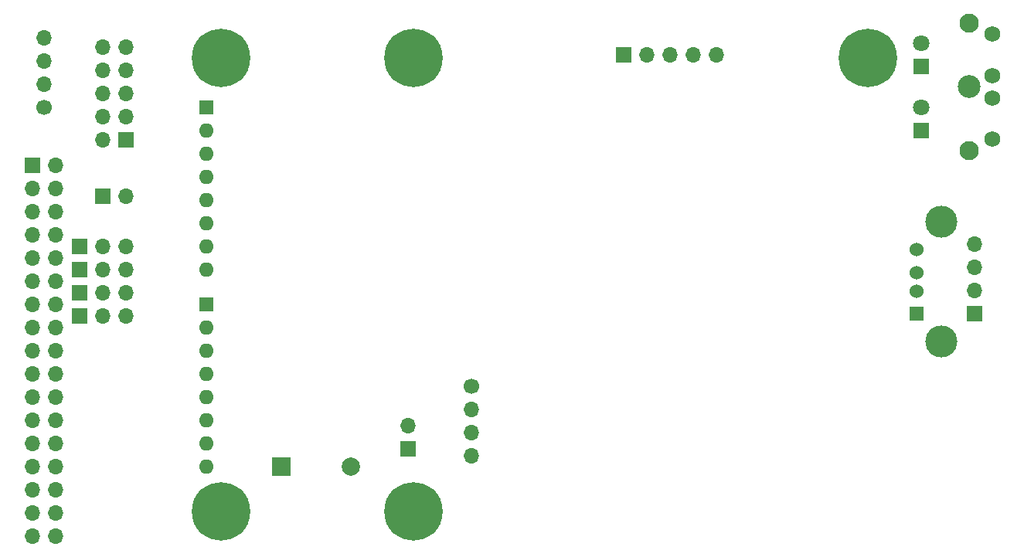
<source format=gbr>
G04 #@! TF.GenerationSoftware,KiCad,Pcbnew,9.0.2*
G04 #@! TF.CreationDate,2025-05-24T11:24:19-04:00*
G04 #@! TF.ProjectId,OpenFlops,4f70656e-466c-46f7-9073-2e6b69636164,1*
G04 #@! TF.SameCoordinates,Original*
G04 #@! TF.FileFunction,Soldermask,Bot*
G04 #@! TF.FilePolarity,Negative*
%FSLAX46Y46*%
G04 Gerber Fmt 4.6, Leading zero omitted, Abs format (unit mm)*
G04 Created by KiCad (PCBNEW 9.0.2) date 2025-05-24 11:24:19*
%MOMM*%
%LPD*%
G01*
G04 APERTURE LIST*
%ADD10C,1.800000*%
%ADD11R,1.800000X1.800000*%
%ADD12R,1.700000X1.700000*%
%ADD13O,1.700000X1.700000*%
%ADD14C,2.100000*%
%ADD15C,2.500000*%
%ADD16C,1.750000*%
%ADD17C,0.800000*%
%ADD18C,6.400000*%
%ADD19C,1.700000*%
%ADD20R,1.600000X1.600000*%
%ADD21O,1.600000X1.600000*%
%ADD22R,1.524000X1.524000*%
%ADD23C,1.524000*%
%ADD24C,3.500000*%
%ADD25R,2.000000X2.000000*%
%ADD26C,2.000000*%
G04 APERTURE END LIST*
D10*
X195199000Y-59034600D03*
D11*
X195199000Y-61574600D03*
D12*
X97790000Y-72390000D03*
D13*
X100330000Y-72390000D03*
X97790000Y-74930000D03*
X100330000Y-74930000D03*
X97790000Y-77470000D03*
X100330000Y-77470000D03*
X97790000Y-80010000D03*
X100330000Y-80010000D03*
X97790000Y-82550000D03*
X100330000Y-82550000D03*
X97790000Y-85090000D03*
X100330000Y-85090000D03*
X97790000Y-87630000D03*
X100330000Y-87630000D03*
X97790000Y-90170000D03*
X100330000Y-90170000D03*
X97790000Y-92710000D03*
X100330000Y-92710000D03*
X97790000Y-95250000D03*
X100330000Y-95250000D03*
X97790000Y-97790000D03*
X100330000Y-97790000D03*
X97790000Y-100330000D03*
X100330000Y-100330000D03*
X97790000Y-102870000D03*
X100330000Y-102870000D03*
X97790000Y-105410000D03*
X100330000Y-105410000D03*
X97790000Y-107950000D03*
X100330000Y-107950000D03*
X97790000Y-110490000D03*
X100330000Y-110490000D03*
X97790000Y-113030000D03*
X100330000Y-113030000D03*
D14*
X200456800Y-56794400D03*
D15*
X200456799Y-63804400D03*
D16*
X202946799Y-58044400D03*
X202946799Y-62544401D03*
D15*
X200456800Y-63804800D03*
D14*
X200456799Y-70814800D03*
D16*
X202946799Y-65054800D03*
X202946799Y-69554801D03*
D17*
X116091000Y-60642500D03*
X116793944Y-58945444D03*
X116793944Y-62339556D03*
X118491000Y-58242500D03*
D18*
X118491000Y-60642500D03*
D17*
X118491000Y-63042500D03*
X120188056Y-58945444D03*
X120188056Y-62339556D03*
X120891000Y-60642500D03*
X137173000Y-60642500D03*
X137875944Y-58945444D03*
X137875944Y-62339556D03*
X139573000Y-58242500D03*
D18*
X139573000Y-60642500D03*
D17*
X139573000Y-63042500D03*
X141270056Y-58945444D03*
X141270056Y-62339556D03*
X141973000Y-60642500D03*
X116091000Y-110363000D03*
X116793944Y-108665944D03*
X116793944Y-112060056D03*
X118491000Y-107963000D03*
D18*
X118491000Y-110363000D03*
D17*
X118491000Y-112763000D03*
X120188056Y-108665944D03*
X120188056Y-112060056D03*
X120891000Y-110363000D03*
X137173000Y-110363000D03*
X137875944Y-108665944D03*
X137875944Y-112060056D03*
X139573000Y-107963000D03*
D18*
X139573000Y-110363000D03*
D17*
X139573000Y-112763000D03*
X141270056Y-108665944D03*
X141270056Y-112060056D03*
X141973000Y-110363000D03*
X186957000Y-60642500D03*
X187659944Y-58945444D03*
X187659944Y-62339556D03*
X189357000Y-58242500D03*
D18*
X189357000Y-60642500D03*
D17*
X189357000Y-63042500D03*
X191054056Y-58945444D03*
X191054056Y-62339556D03*
X191757000Y-60642500D03*
D11*
X195199000Y-68585000D03*
D10*
X195199000Y-66045000D03*
D12*
X162560000Y-60325000D03*
D13*
X165100000Y-60325000D03*
X167640000Y-60325000D03*
X170180000Y-60325000D03*
X172720000Y-60325000D03*
D19*
X145923000Y-96647000D03*
D13*
X145923000Y-99187000D03*
X145923000Y-101727000D03*
X145923000Y-104267000D03*
D12*
X201041000Y-88683000D03*
D13*
X201041000Y-86143000D03*
X201041000Y-83603000D03*
X201041000Y-81063000D03*
D12*
X102997000Y-81280000D03*
D13*
X105537000Y-81280000D03*
X108077000Y-81280000D03*
D12*
X102997000Y-83820000D03*
D13*
X105537000Y-83820000D03*
X108077000Y-83820000D03*
D12*
X102997000Y-86360000D03*
D13*
X105537000Y-86360000D03*
X108077000Y-86360000D03*
D12*
X102997000Y-88900000D03*
D13*
X105537000Y-88900000D03*
X108077000Y-88900000D03*
D19*
X99060000Y-66040000D03*
D13*
X99060000Y-63500000D03*
X99060000Y-60960000D03*
X99060000Y-58420000D03*
D12*
X108087000Y-69596000D03*
D13*
X105547000Y-69596000D03*
X108087000Y-67056000D03*
X105547000Y-67056000D03*
X108087000Y-64516000D03*
X105547000Y-64516000D03*
X108087000Y-61976000D03*
X105547000Y-61976000D03*
X108087000Y-59436000D03*
X105547000Y-59436000D03*
D12*
X105537000Y-75819000D03*
D13*
X108077000Y-75819000D03*
D20*
X116840000Y-87629999D03*
D21*
X116840000Y-90169999D03*
X116840000Y-92709998D03*
X116840000Y-95249999D03*
X116840000Y-97789999D03*
X116840000Y-100329999D03*
X116840000Y-102869999D03*
X116840000Y-105410000D03*
D22*
X194648000Y-88674800D03*
D23*
X194648000Y-86174800D03*
X194648000Y-84174799D03*
X194648000Y-81674801D03*
D24*
X197358000Y-91744800D03*
X197358000Y-78604800D03*
D20*
X116840000Y-66040000D03*
D21*
X116840000Y-68580000D03*
X116840000Y-71119999D03*
X116840000Y-73660000D03*
X116840000Y-76200000D03*
X116840000Y-78740000D03*
X116840000Y-81280000D03*
X116840000Y-83820001D03*
D25*
X125095000Y-105410000D03*
D26*
X132695000Y-105410000D03*
D12*
X138938000Y-103510000D03*
D13*
X138938000Y-100970000D03*
M02*

</source>
